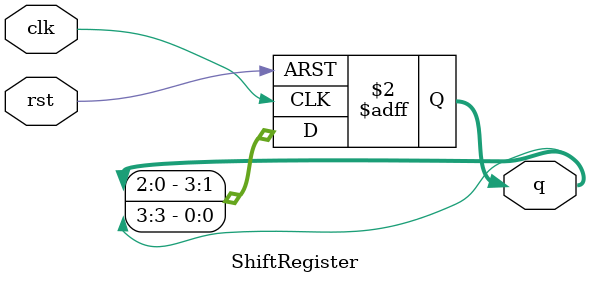
<source format=v>
module ShiftRegister(clk, rst, q);
    input clk;
    input rst;
    output [3:0] q;
    reg [3:0] q;

    always @(posedge clk or posedge rst)
    begin
        if (rst) begin
            q <= 4'b0000;      
        end
        else begin
            q[0] <= q[3];      
            q[1] <= q[0];
            q[2] <= q[1];
            q[3] <= q[2];
        end
    end
endmodule
</source>
